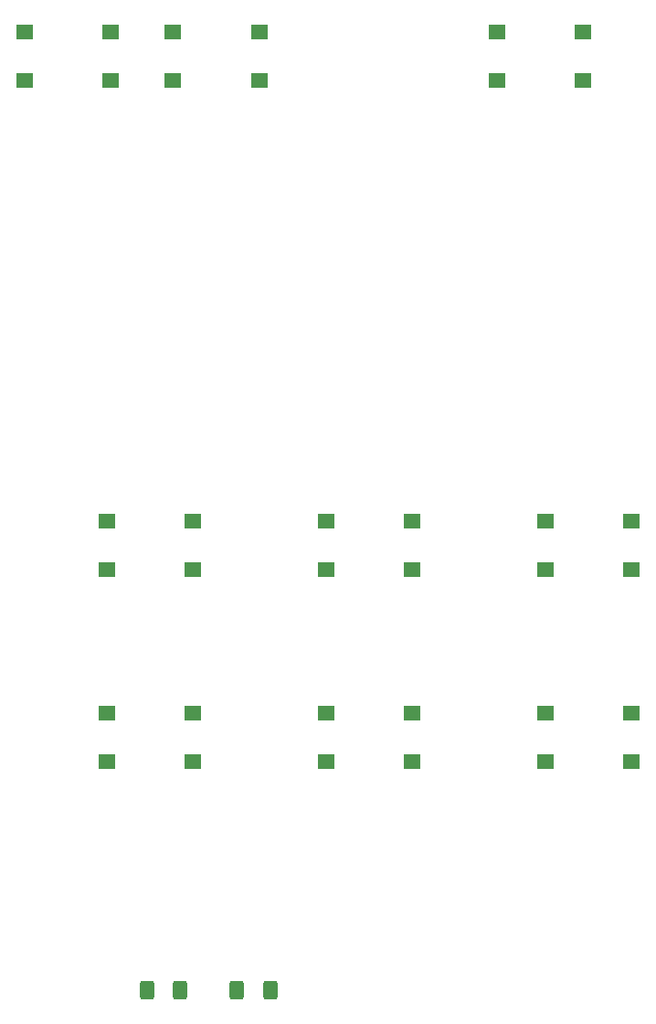
<source format=gbr>
%TF.GenerationSoftware,KiCad,Pcbnew,8.0.2*%
%TF.CreationDate,2024-05-31T11:20:34+02:00*%
%TF.ProjectId,LoRaKid,4c6f5261-4b69-4642-9e6b-696361645f70,rev?*%
%TF.SameCoordinates,Original*%
%TF.FileFunction,Paste,Top*%
%TF.FilePolarity,Positive*%
%FSLAX46Y46*%
G04 Gerber Fmt 4.6, Leading zero omitted, Abs format (unit mm)*
G04 Created by KiCad (PCBNEW 8.0.2) date 2024-05-31 11:20:34*
%MOMM*%
%LPD*%
G01*
G04 APERTURE LIST*
G04 Aperture macros list*
%AMRoundRect*
0 Rectangle with rounded corners*
0 $1 Rounding radius*
0 $2 $3 $4 $5 $6 $7 $8 $9 X,Y pos of 4 corners*
0 Add a 4 corners polygon primitive as box body*
4,1,4,$2,$3,$4,$5,$6,$7,$8,$9,$2,$3,0*
0 Add four circle primitives for the rounded corners*
1,1,$1+$1,$2,$3*
1,1,$1+$1,$4,$5*
1,1,$1+$1,$6,$7*
1,1,$1+$1,$8,$9*
0 Add four rect primitives between the rounded corners*
20,1,$1+$1,$2,$3,$4,$5,0*
20,1,$1+$1,$4,$5,$6,$7,0*
20,1,$1+$1,$6,$7,$8,$9,0*
20,1,$1+$1,$8,$9,$2,$3,0*%
G04 Aperture macros list end*
%ADD10R,1.600000X1.400000*%
%ADD11RoundRect,0.250000X-0.400000X-0.625000X0.400000X-0.625000X0.400000X0.625000X-0.400000X0.625000X0*%
G04 APERTURE END LIST*
D10*
%TO.C,SW1_ON_OFF1*%
X103220000Y-33750000D03*
X111220000Y-33750000D03*
X103220000Y-38250000D03*
X111220000Y-38250000D03*
%TD*%
%TO.C,SW4*%
X110860000Y-79030000D03*
X118860000Y-79030000D03*
X110860000Y-83530000D03*
X118860000Y-83530000D03*
%TD*%
%TO.C,SW3_RIGHT1*%
X147000000Y-33750000D03*
X155000000Y-33750000D03*
X147000000Y-38250000D03*
X155000000Y-38250000D03*
%TD*%
%TO.C,SW8*%
X131180000Y-96810000D03*
X139180000Y-96810000D03*
X131180000Y-101310000D03*
X139180000Y-101310000D03*
%TD*%
%TO.C,SW6*%
X151500000Y-79030000D03*
X159500000Y-79030000D03*
X151500000Y-83530000D03*
X159500000Y-83530000D03*
%TD*%
%TO.C,SW5*%
X131180000Y-79030000D03*
X139180000Y-79030000D03*
X131180000Y-83530000D03*
X139180000Y-83530000D03*
%TD*%
D11*
%TO.C,R1*%
X122900000Y-122500000D03*
X126000000Y-122500000D03*
%TD*%
D10*
%TO.C,SW2_LEFT1*%
X117000000Y-33750000D03*
X125000000Y-33750000D03*
X117000000Y-38250000D03*
X125000000Y-38250000D03*
%TD*%
D11*
%TO.C,R2*%
X114570000Y-122500000D03*
X117670000Y-122500000D03*
%TD*%
D10*
%TO.C,SW7*%
X110860000Y-96810000D03*
X118860000Y-96810000D03*
X110860000Y-101310000D03*
X118860000Y-101310000D03*
%TD*%
%TO.C,SW9*%
X151500000Y-96810000D03*
X159500000Y-96810000D03*
X151500000Y-101310000D03*
X159500000Y-101310000D03*
%TD*%
M02*

</source>
